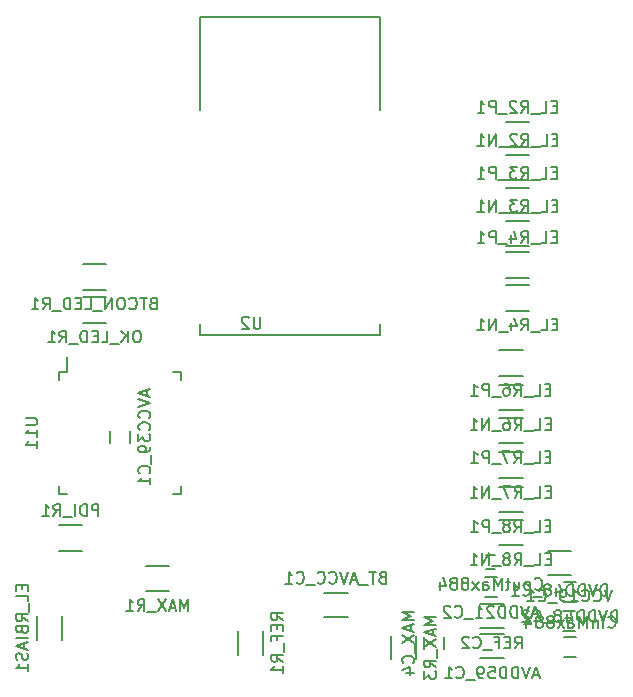
<source format=gbo>
G04 #@! TF.FileFunction,Legend,Bot*
%FSLAX46Y46*%
G04 Gerber Fmt 4.6, Leading zero omitted, Abs format (unit mm)*
G04 Created by KiCad (PCBNEW 4.0.0-rc2-stable) date 8/02/2016 3:26:42 p. m.*
%MOMM*%
G01*
G04 APERTURE LIST*
%ADD10C,0.150000*%
G04 APERTURE END LIST*
D10*
X146773000Y-70493000D02*
X146773000Y-71493000D01*
X145073000Y-71493000D02*
X145073000Y-70493000D01*
X177792000Y-84543000D02*
X176792000Y-84543000D01*
X176792000Y-82843000D02*
X177792000Y-82843000D01*
X178419000Y-89671000D02*
X176419000Y-89671000D01*
X176419000Y-87621000D02*
X178419000Y-87621000D01*
X144764000Y-56329000D02*
X142764000Y-56329000D01*
X142764000Y-58479000D02*
X144764000Y-58479000D01*
X163211000Y-84192000D02*
X165211000Y-84192000D01*
X165211000Y-86242000D02*
X163211000Y-86242000D01*
X183523000Y-87923000D02*
X184523000Y-87923000D01*
X184523000Y-89623000D02*
X183523000Y-89623000D01*
X176942000Y-82134000D02*
X177642000Y-82134000D01*
X177642000Y-80934000D02*
X176942000Y-80934000D01*
X184134000Y-82686000D02*
X182134000Y-82686000D01*
X182134000Y-80636000D02*
X184134000Y-80636000D01*
X184523000Y-84924000D02*
X183523000Y-84924000D01*
X183523000Y-83224000D02*
X184523000Y-83224000D01*
X178578000Y-49208000D02*
X180578000Y-49208000D01*
X180578000Y-47058000D02*
X178578000Y-47058000D01*
X178578000Y-46414000D02*
X180578000Y-46414000D01*
X180578000Y-44264000D02*
X178578000Y-44264000D01*
X178578000Y-54796000D02*
X180578000Y-54796000D01*
X180578000Y-52646000D02*
X178578000Y-52646000D01*
X178578000Y-52002000D02*
X180578000Y-52002000D01*
X180578000Y-49852000D02*
X178578000Y-49852000D01*
X180578000Y-58107000D02*
X178578000Y-58107000D01*
X178578000Y-60257000D02*
X180578000Y-60257000D01*
X178578000Y-57463000D02*
X180578000Y-57463000D01*
X180578000Y-55313000D02*
X178578000Y-55313000D01*
X180006500Y-66552500D02*
X178006500Y-66552500D01*
X178006500Y-68702500D02*
X180006500Y-68702500D01*
X180006500Y-63631500D02*
X178006500Y-63631500D01*
X178006500Y-65781500D02*
X180006500Y-65781500D01*
X180006500Y-72267500D02*
X178006500Y-72267500D01*
X178006500Y-74417500D02*
X180006500Y-74417500D01*
X180006500Y-69346500D02*
X178006500Y-69346500D01*
X178006500Y-71496500D02*
X180006500Y-71496500D01*
X180006500Y-77982500D02*
X178006500Y-77982500D01*
X178006500Y-80132500D02*
X180006500Y-80132500D01*
X180006500Y-75188500D02*
X178006500Y-75188500D01*
X178006500Y-77338500D02*
X180006500Y-77338500D01*
X141029000Y-88122000D02*
X141029000Y-86122000D01*
X138879000Y-86122000D02*
X138879000Y-88122000D01*
X171616000Y-88892000D02*
X171616000Y-87892000D01*
X173316000Y-87892000D02*
X173316000Y-88892000D01*
X150098000Y-81856000D02*
X148098000Y-81856000D01*
X148098000Y-84006000D02*
X150098000Y-84006000D01*
X168851000Y-87773000D02*
X168851000Y-89773000D01*
X171001000Y-89773000D02*
X171001000Y-87773000D01*
X144764000Y-59123000D02*
X142764000Y-59123000D01*
X142764000Y-61273000D02*
X144764000Y-61273000D01*
X140732000Y-80577000D02*
X142732000Y-80577000D01*
X142732000Y-78427000D02*
X140732000Y-78427000D01*
X178419000Y-87131000D02*
X176419000Y-87131000D01*
X176419000Y-85081000D02*
X178419000Y-85081000D01*
X155897000Y-87392000D02*
X155897000Y-89392000D01*
X158047000Y-89392000D02*
X158047000Y-87392000D01*
X140748000Y-65437000D02*
X141423000Y-65437000D01*
X140748000Y-75787000D02*
X141423000Y-75787000D01*
X151098000Y-75787000D02*
X150423000Y-75787000D01*
X151098000Y-65437000D02*
X150423000Y-65437000D01*
X140748000Y-65437000D02*
X140748000Y-66112000D01*
X151098000Y-65437000D02*
X151098000Y-66112000D01*
X151098000Y-75787000D02*
X151098000Y-75112000D01*
X140748000Y-75787000D02*
X140748000Y-75112000D01*
X141423000Y-65437000D02*
X141423000Y-64162000D01*
X183462095Y-85677000D02*
X184462095Y-85677000D01*
X184462095Y-87377000D02*
X183462095Y-87377000D01*
X152654000Y-61384000D02*
X152654000Y-62344000D01*
X167894000Y-62344000D02*
X152654000Y-62344000D01*
X167894000Y-61384000D02*
X167894000Y-62344000D01*
X167894000Y-35424000D02*
X167894000Y-43284000D01*
X152654000Y-35424000D02*
X167894000Y-35424000D01*
X152654000Y-43284000D02*
X152654000Y-35424000D01*
X148189667Y-67016809D02*
X148189667Y-67493000D01*
X148475381Y-66921571D02*
X147475381Y-67254904D01*
X148475381Y-67588238D01*
X147475381Y-67778714D02*
X148475381Y-68112047D01*
X147475381Y-68445381D01*
X148380143Y-69350143D02*
X148427762Y-69302524D01*
X148475381Y-69159667D01*
X148475381Y-69064429D01*
X148427762Y-68921571D01*
X148332524Y-68826333D01*
X148237286Y-68778714D01*
X148046810Y-68731095D01*
X147903952Y-68731095D01*
X147713476Y-68778714D01*
X147618238Y-68826333D01*
X147523000Y-68921571D01*
X147475381Y-69064429D01*
X147475381Y-69159667D01*
X147523000Y-69302524D01*
X147570619Y-69350143D01*
X148380143Y-70350143D02*
X148427762Y-70302524D01*
X148475381Y-70159667D01*
X148475381Y-70064429D01*
X148427762Y-69921571D01*
X148332524Y-69826333D01*
X148237286Y-69778714D01*
X148046810Y-69731095D01*
X147903952Y-69731095D01*
X147713476Y-69778714D01*
X147618238Y-69826333D01*
X147523000Y-69921571D01*
X147475381Y-70064429D01*
X147475381Y-70159667D01*
X147523000Y-70302524D01*
X147570619Y-70350143D01*
X147475381Y-70683476D02*
X147475381Y-71302524D01*
X147856333Y-70969190D01*
X147856333Y-71112048D01*
X147903952Y-71207286D01*
X147951571Y-71254905D01*
X148046810Y-71302524D01*
X148284905Y-71302524D01*
X148380143Y-71254905D01*
X148427762Y-71207286D01*
X148475381Y-71112048D01*
X148475381Y-70826333D01*
X148427762Y-70731095D01*
X148380143Y-70683476D01*
X148475381Y-71778714D02*
X148475381Y-71969190D01*
X148427762Y-72064429D01*
X148380143Y-72112048D01*
X148237286Y-72207286D01*
X148046810Y-72254905D01*
X147665857Y-72254905D01*
X147570619Y-72207286D01*
X147523000Y-72159667D01*
X147475381Y-72064429D01*
X147475381Y-71873952D01*
X147523000Y-71778714D01*
X147570619Y-71731095D01*
X147665857Y-71683476D01*
X147903952Y-71683476D01*
X147999190Y-71731095D01*
X148046810Y-71778714D01*
X148094429Y-71873952D01*
X148094429Y-72064429D01*
X148046810Y-72159667D01*
X147999190Y-72207286D01*
X147903952Y-72254905D01*
X148570619Y-72445381D02*
X148570619Y-73207286D01*
X148380143Y-74016810D02*
X148427762Y-73969191D01*
X148475381Y-73826334D01*
X148475381Y-73731096D01*
X148427762Y-73588238D01*
X148332524Y-73493000D01*
X148237286Y-73445381D01*
X148046810Y-73397762D01*
X147903952Y-73397762D01*
X147713476Y-73445381D01*
X147618238Y-73493000D01*
X147523000Y-73588238D01*
X147475381Y-73731096D01*
X147475381Y-73826334D01*
X147523000Y-73969191D01*
X147570619Y-74016810D01*
X148475381Y-74969191D02*
X148475381Y-74397762D01*
X148475381Y-74683476D02*
X147475381Y-74683476D01*
X147618238Y-74588238D01*
X147713476Y-74493000D01*
X147761095Y-74397762D01*
X181268191Y-85959667D02*
X180792000Y-85959667D01*
X181363429Y-86245381D02*
X181030096Y-85245381D01*
X180696762Y-86245381D01*
X180506286Y-85245381D02*
X180172953Y-86245381D01*
X179839619Y-85245381D01*
X179506286Y-86245381D02*
X179506286Y-85245381D01*
X179268191Y-85245381D01*
X179125333Y-85293000D01*
X179030095Y-85388238D01*
X178982476Y-85483476D01*
X178934857Y-85673952D01*
X178934857Y-85816810D01*
X178982476Y-86007286D01*
X179030095Y-86102524D01*
X179125333Y-86197762D01*
X179268191Y-86245381D01*
X179506286Y-86245381D01*
X178506286Y-86245381D02*
X178506286Y-85245381D01*
X178268191Y-85245381D01*
X178125333Y-85293000D01*
X178030095Y-85388238D01*
X177982476Y-85483476D01*
X177934857Y-85673952D01*
X177934857Y-85816810D01*
X177982476Y-86007286D01*
X178030095Y-86102524D01*
X178125333Y-86197762D01*
X178268191Y-86245381D01*
X178506286Y-86245381D01*
X177553905Y-85340619D02*
X177506286Y-85293000D01*
X177411048Y-85245381D01*
X177172952Y-85245381D01*
X177077714Y-85293000D01*
X177030095Y-85340619D01*
X176982476Y-85435857D01*
X176982476Y-85531095D01*
X177030095Y-85673952D01*
X177601524Y-86245381D01*
X176982476Y-86245381D01*
X176030095Y-86245381D02*
X176601524Y-86245381D01*
X176315810Y-86245381D02*
X176315810Y-85245381D01*
X176411048Y-85388238D01*
X176506286Y-85483476D01*
X176601524Y-85531095D01*
X175839619Y-86340619D02*
X175077714Y-86340619D01*
X174268190Y-86150143D02*
X174315809Y-86197762D01*
X174458666Y-86245381D01*
X174553904Y-86245381D01*
X174696762Y-86197762D01*
X174792000Y-86102524D01*
X174839619Y-86007286D01*
X174887238Y-85816810D01*
X174887238Y-85673952D01*
X174839619Y-85483476D01*
X174792000Y-85388238D01*
X174696762Y-85293000D01*
X174553904Y-85245381D01*
X174458666Y-85245381D01*
X174315809Y-85293000D01*
X174268190Y-85340619D01*
X173887238Y-85340619D02*
X173839619Y-85293000D01*
X173744381Y-85245381D01*
X173506285Y-85245381D01*
X173411047Y-85293000D01*
X173363428Y-85340619D01*
X173315809Y-85435857D01*
X173315809Y-85531095D01*
X173363428Y-85673952D01*
X173934857Y-86245381D01*
X173315809Y-86245381D01*
X181395191Y-91112667D02*
X180919000Y-91112667D01*
X181490429Y-91398381D02*
X181157096Y-90398381D01*
X180823762Y-91398381D01*
X180633286Y-90398381D02*
X180299953Y-91398381D01*
X179966619Y-90398381D01*
X179633286Y-91398381D02*
X179633286Y-90398381D01*
X179395191Y-90398381D01*
X179252333Y-90446000D01*
X179157095Y-90541238D01*
X179109476Y-90636476D01*
X179061857Y-90826952D01*
X179061857Y-90969810D01*
X179109476Y-91160286D01*
X179157095Y-91255524D01*
X179252333Y-91350762D01*
X179395191Y-91398381D01*
X179633286Y-91398381D01*
X178633286Y-91398381D02*
X178633286Y-90398381D01*
X178395191Y-90398381D01*
X178252333Y-90446000D01*
X178157095Y-90541238D01*
X178109476Y-90636476D01*
X178061857Y-90826952D01*
X178061857Y-90969810D01*
X178109476Y-91160286D01*
X178157095Y-91255524D01*
X178252333Y-91350762D01*
X178395191Y-91398381D01*
X178633286Y-91398381D01*
X177157095Y-90398381D02*
X177633286Y-90398381D01*
X177680905Y-90874571D01*
X177633286Y-90826952D01*
X177538048Y-90779333D01*
X177299952Y-90779333D01*
X177204714Y-90826952D01*
X177157095Y-90874571D01*
X177109476Y-90969810D01*
X177109476Y-91207905D01*
X177157095Y-91303143D01*
X177204714Y-91350762D01*
X177299952Y-91398381D01*
X177538048Y-91398381D01*
X177633286Y-91350762D01*
X177680905Y-91303143D01*
X176633286Y-91398381D02*
X176442810Y-91398381D01*
X176347571Y-91350762D01*
X176299952Y-91303143D01*
X176204714Y-91160286D01*
X176157095Y-90969810D01*
X176157095Y-90588857D01*
X176204714Y-90493619D01*
X176252333Y-90446000D01*
X176347571Y-90398381D01*
X176538048Y-90398381D01*
X176633286Y-90446000D01*
X176680905Y-90493619D01*
X176728524Y-90588857D01*
X176728524Y-90826952D01*
X176680905Y-90922190D01*
X176633286Y-90969810D01*
X176538048Y-91017429D01*
X176347571Y-91017429D01*
X176252333Y-90969810D01*
X176204714Y-90922190D01*
X176157095Y-90826952D01*
X175966619Y-91493619D02*
X175204714Y-91493619D01*
X174395190Y-91303143D02*
X174442809Y-91350762D01*
X174585666Y-91398381D01*
X174680904Y-91398381D01*
X174823762Y-91350762D01*
X174919000Y-91255524D01*
X174966619Y-91160286D01*
X175014238Y-90969810D01*
X175014238Y-90826952D01*
X174966619Y-90636476D01*
X174919000Y-90541238D01*
X174823762Y-90446000D01*
X174680904Y-90398381D01*
X174585666Y-90398381D01*
X174442809Y-90446000D01*
X174395190Y-90493619D01*
X173442809Y-91398381D02*
X174014238Y-91398381D01*
X173728524Y-91398381D02*
X173728524Y-90398381D01*
X173823762Y-90541238D01*
X173919000Y-90636476D01*
X174014238Y-90684095D01*
X148716381Y-59632571D02*
X148573524Y-59680190D01*
X148525905Y-59727810D01*
X148478286Y-59823048D01*
X148478286Y-59965905D01*
X148525905Y-60061143D01*
X148573524Y-60108762D01*
X148668762Y-60156381D01*
X149049715Y-60156381D01*
X149049715Y-59156381D01*
X148716381Y-59156381D01*
X148621143Y-59204000D01*
X148573524Y-59251619D01*
X148525905Y-59346857D01*
X148525905Y-59442095D01*
X148573524Y-59537333D01*
X148621143Y-59584952D01*
X148716381Y-59632571D01*
X149049715Y-59632571D01*
X148192572Y-59156381D02*
X147621143Y-59156381D01*
X147906858Y-60156381D02*
X147906858Y-59156381D01*
X146716381Y-60061143D02*
X146764000Y-60108762D01*
X146906857Y-60156381D01*
X147002095Y-60156381D01*
X147144953Y-60108762D01*
X147240191Y-60013524D01*
X147287810Y-59918286D01*
X147335429Y-59727810D01*
X147335429Y-59584952D01*
X147287810Y-59394476D01*
X147240191Y-59299238D01*
X147144953Y-59204000D01*
X147002095Y-59156381D01*
X146906857Y-59156381D01*
X146764000Y-59204000D01*
X146716381Y-59251619D01*
X146097334Y-59156381D02*
X145906857Y-59156381D01*
X145811619Y-59204000D01*
X145716381Y-59299238D01*
X145668762Y-59489714D01*
X145668762Y-59823048D01*
X145716381Y-60013524D01*
X145811619Y-60108762D01*
X145906857Y-60156381D01*
X146097334Y-60156381D01*
X146192572Y-60108762D01*
X146287810Y-60013524D01*
X146335429Y-59823048D01*
X146335429Y-59489714D01*
X146287810Y-59299238D01*
X146192572Y-59204000D01*
X146097334Y-59156381D01*
X145240191Y-60156381D02*
X145240191Y-59156381D01*
X144668762Y-60156381D01*
X144668762Y-59156381D01*
X144430667Y-60251619D02*
X143668762Y-60251619D01*
X142954476Y-60156381D02*
X143430667Y-60156381D01*
X143430667Y-59156381D01*
X142621143Y-59632571D02*
X142287809Y-59632571D01*
X142144952Y-60156381D02*
X142621143Y-60156381D01*
X142621143Y-59156381D01*
X142144952Y-59156381D01*
X141716381Y-60156381D02*
X141716381Y-59156381D01*
X141478286Y-59156381D01*
X141335428Y-59204000D01*
X141240190Y-59299238D01*
X141192571Y-59394476D01*
X141144952Y-59584952D01*
X141144952Y-59727810D01*
X141192571Y-59918286D01*
X141240190Y-60013524D01*
X141335428Y-60108762D01*
X141478286Y-60156381D01*
X141716381Y-60156381D01*
X140954476Y-60251619D02*
X140192571Y-60251619D01*
X139383047Y-60156381D02*
X139716381Y-59680190D01*
X139954476Y-60156381D02*
X139954476Y-59156381D01*
X139573523Y-59156381D01*
X139478285Y-59204000D01*
X139430666Y-59251619D01*
X139383047Y-59346857D01*
X139383047Y-59489714D01*
X139430666Y-59584952D01*
X139478285Y-59632571D01*
X139573523Y-59680190D01*
X139954476Y-59680190D01*
X138430666Y-60156381D02*
X139002095Y-60156381D01*
X138716381Y-60156381D02*
X138716381Y-59156381D01*
X138811619Y-59299238D01*
X138906857Y-59394476D01*
X139002095Y-59442095D01*
X168115762Y-82845571D02*
X167972905Y-82893190D01*
X167925286Y-82940810D01*
X167877667Y-83036048D01*
X167877667Y-83178905D01*
X167925286Y-83274143D01*
X167972905Y-83321762D01*
X168068143Y-83369381D01*
X168449096Y-83369381D01*
X168449096Y-82369381D01*
X168115762Y-82369381D01*
X168020524Y-82417000D01*
X167972905Y-82464619D01*
X167925286Y-82559857D01*
X167925286Y-82655095D01*
X167972905Y-82750333D01*
X168020524Y-82797952D01*
X168115762Y-82845571D01*
X168449096Y-82845571D01*
X167591953Y-82369381D02*
X167020524Y-82369381D01*
X167306239Y-83369381D02*
X167306239Y-82369381D01*
X166925286Y-83464619D02*
X166163381Y-83464619D01*
X165972905Y-83083667D02*
X165496714Y-83083667D01*
X166068143Y-83369381D02*
X165734810Y-82369381D01*
X165401476Y-83369381D01*
X165211000Y-82369381D02*
X164877667Y-83369381D01*
X164544333Y-82369381D01*
X163639571Y-83274143D02*
X163687190Y-83321762D01*
X163830047Y-83369381D01*
X163925285Y-83369381D01*
X164068143Y-83321762D01*
X164163381Y-83226524D01*
X164211000Y-83131286D01*
X164258619Y-82940810D01*
X164258619Y-82797952D01*
X164211000Y-82607476D01*
X164163381Y-82512238D01*
X164068143Y-82417000D01*
X163925285Y-82369381D01*
X163830047Y-82369381D01*
X163687190Y-82417000D01*
X163639571Y-82464619D01*
X162639571Y-83274143D02*
X162687190Y-83321762D01*
X162830047Y-83369381D01*
X162925285Y-83369381D01*
X163068143Y-83321762D01*
X163163381Y-83226524D01*
X163211000Y-83131286D01*
X163258619Y-82940810D01*
X163258619Y-82797952D01*
X163211000Y-82607476D01*
X163163381Y-82512238D01*
X163068143Y-82417000D01*
X162925285Y-82369381D01*
X162830047Y-82369381D01*
X162687190Y-82417000D01*
X162639571Y-82464619D01*
X162449095Y-83464619D02*
X161687190Y-83464619D01*
X160877666Y-83274143D02*
X160925285Y-83321762D01*
X161068142Y-83369381D01*
X161163380Y-83369381D01*
X161306238Y-83321762D01*
X161401476Y-83226524D01*
X161449095Y-83131286D01*
X161496714Y-82940810D01*
X161496714Y-82797952D01*
X161449095Y-82607476D01*
X161401476Y-82512238D01*
X161306238Y-82417000D01*
X161163380Y-82369381D01*
X161068142Y-82369381D01*
X160925285Y-82417000D01*
X160877666Y-82464619D01*
X159925285Y-83369381D02*
X160496714Y-83369381D01*
X160211000Y-83369381D02*
X160211000Y-82369381D01*
X160306238Y-82512238D01*
X160401476Y-82607476D01*
X160496714Y-82655095D01*
X187261095Y-87030143D02*
X187308714Y-87077762D01*
X187451571Y-87125381D01*
X187546809Y-87125381D01*
X187689667Y-87077762D01*
X187784905Y-86982524D01*
X187832524Y-86887286D01*
X187880143Y-86696810D01*
X187880143Y-86553952D01*
X187832524Y-86363476D01*
X187784905Y-86268238D01*
X187689667Y-86173000D01*
X187546809Y-86125381D01*
X187451571Y-86125381D01*
X187308714Y-86173000D01*
X187261095Y-86220619D01*
X186832524Y-87125381D02*
X186832524Y-86458714D01*
X186832524Y-86125381D02*
X186880143Y-86173000D01*
X186832524Y-86220619D01*
X186784905Y-86173000D01*
X186832524Y-86125381D01*
X186832524Y-86220619D01*
X186356334Y-86458714D02*
X186356334Y-87125381D01*
X186356334Y-86553952D02*
X186308715Y-86506333D01*
X186213477Y-86458714D01*
X186070619Y-86458714D01*
X185975381Y-86506333D01*
X185927762Y-86601571D01*
X185927762Y-87125381D01*
X185451572Y-87125381D02*
X185451572Y-86125381D01*
X185118238Y-86839667D01*
X184784905Y-86125381D01*
X184784905Y-87125381D01*
X183880143Y-87125381D02*
X183880143Y-86601571D01*
X183927762Y-86506333D01*
X184023000Y-86458714D01*
X184213477Y-86458714D01*
X184308715Y-86506333D01*
X183880143Y-87077762D02*
X183975381Y-87125381D01*
X184213477Y-87125381D01*
X184308715Y-87077762D01*
X184356334Y-86982524D01*
X184356334Y-86887286D01*
X184308715Y-86792048D01*
X184213477Y-86744429D01*
X183975381Y-86744429D01*
X183880143Y-86696810D01*
X183499191Y-87125381D02*
X182975381Y-86458714D01*
X183499191Y-86458714D02*
X182975381Y-87125381D01*
X182451572Y-86553952D02*
X182546810Y-86506333D01*
X182594429Y-86458714D01*
X182642048Y-86363476D01*
X182642048Y-86315857D01*
X182594429Y-86220619D01*
X182546810Y-86173000D01*
X182451572Y-86125381D01*
X182261095Y-86125381D01*
X182165857Y-86173000D01*
X182118238Y-86220619D01*
X182070619Y-86315857D01*
X182070619Y-86363476D01*
X182118238Y-86458714D01*
X182165857Y-86506333D01*
X182261095Y-86553952D01*
X182451572Y-86553952D01*
X182546810Y-86601571D01*
X182594429Y-86649190D01*
X182642048Y-86744429D01*
X182642048Y-86934905D01*
X182594429Y-87030143D01*
X182546810Y-87077762D01*
X182451572Y-87125381D01*
X182261095Y-87125381D01*
X182165857Y-87077762D01*
X182118238Y-87030143D01*
X182070619Y-86934905D01*
X182070619Y-86744429D01*
X182118238Y-86649190D01*
X182165857Y-86601571D01*
X182261095Y-86553952D01*
X181499191Y-86553952D02*
X181594429Y-86506333D01*
X181642048Y-86458714D01*
X181689667Y-86363476D01*
X181689667Y-86315857D01*
X181642048Y-86220619D01*
X181594429Y-86173000D01*
X181499191Y-86125381D01*
X181308714Y-86125381D01*
X181213476Y-86173000D01*
X181165857Y-86220619D01*
X181118238Y-86315857D01*
X181118238Y-86363476D01*
X181165857Y-86458714D01*
X181213476Y-86506333D01*
X181308714Y-86553952D01*
X181499191Y-86553952D01*
X181594429Y-86601571D01*
X181642048Y-86649190D01*
X181689667Y-86744429D01*
X181689667Y-86934905D01*
X181642048Y-87030143D01*
X181594429Y-87077762D01*
X181499191Y-87125381D01*
X181308714Y-87125381D01*
X181213476Y-87077762D01*
X181165857Y-87030143D01*
X181118238Y-86934905D01*
X181118238Y-86744429D01*
X181165857Y-86649190D01*
X181213476Y-86601571D01*
X181308714Y-86553952D01*
X180261095Y-86458714D02*
X180261095Y-87125381D01*
X180499191Y-86077762D02*
X180737286Y-86792048D01*
X180118238Y-86792048D01*
X181030095Y-83791143D02*
X181077714Y-83838762D01*
X181220571Y-83886381D01*
X181315809Y-83886381D01*
X181458667Y-83838762D01*
X181553905Y-83743524D01*
X181601524Y-83648286D01*
X181649143Y-83457810D01*
X181649143Y-83314952D01*
X181601524Y-83124476D01*
X181553905Y-83029238D01*
X181458667Y-82934000D01*
X181315809Y-82886381D01*
X181220571Y-82886381D01*
X181077714Y-82934000D01*
X181030095Y-82981619D01*
X180458667Y-83886381D02*
X180553905Y-83838762D01*
X180601524Y-83791143D01*
X180649143Y-83695905D01*
X180649143Y-83410190D01*
X180601524Y-83314952D01*
X180553905Y-83267333D01*
X180458667Y-83219714D01*
X180315809Y-83219714D01*
X180220571Y-83267333D01*
X180172952Y-83314952D01*
X180125333Y-83410190D01*
X180125333Y-83695905D01*
X180172952Y-83791143D01*
X180220571Y-83838762D01*
X180315809Y-83886381D01*
X180458667Y-83886381D01*
X179268190Y-83219714D02*
X179268190Y-83886381D01*
X179696762Y-83219714D02*
X179696762Y-83743524D01*
X179649143Y-83838762D01*
X179553905Y-83886381D01*
X179411047Y-83886381D01*
X179315809Y-83838762D01*
X179268190Y-83791143D01*
X178934857Y-83219714D02*
X178553905Y-83219714D01*
X178792000Y-82886381D02*
X178792000Y-83743524D01*
X178744381Y-83838762D01*
X178649143Y-83886381D01*
X178553905Y-83886381D01*
X178220571Y-83886381D02*
X178220571Y-82886381D01*
X177887237Y-83600667D01*
X177553904Y-82886381D01*
X177553904Y-83886381D01*
X176649142Y-83886381D02*
X176649142Y-83362571D01*
X176696761Y-83267333D01*
X176791999Y-83219714D01*
X176982476Y-83219714D01*
X177077714Y-83267333D01*
X176649142Y-83838762D02*
X176744380Y-83886381D01*
X176982476Y-83886381D01*
X177077714Y-83838762D01*
X177125333Y-83743524D01*
X177125333Y-83648286D01*
X177077714Y-83553048D01*
X176982476Y-83505429D01*
X176744380Y-83505429D01*
X176649142Y-83457810D01*
X176268190Y-83886381D02*
X175744380Y-83219714D01*
X176268190Y-83219714D02*
X175744380Y-83886381D01*
X175220571Y-83314952D02*
X175315809Y-83267333D01*
X175363428Y-83219714D01*
X175411047Y-83124476D01*
X175411047Y-83076857D01*
X175363428Y-82981619D01*
X175315809Y-82934000D01*
X175220571Y-82886381D01*
X175030094Y-82886381D01*
X174934856Y-82934000D01*
X174887237Y-82981619D01*
X174839618Y-83076857D01*
X174839618Y-83124476D01*
X174887237Y-83219714D01*
X174934856Y-83267333D01*
X175030094Y-83314952D01*
X175220571Y-83314952D01*
X175315809Y-83362571D01*
X175363428Y-83410190D01*
X175411047Y-83505429D01*
X175411047Y-83695905D01*
X175363428Y-83791143D01*
X175315809Y-83838762D01*
X175220571Y-83886381D01*
X175030094Y-83886381D01*
X174934856Y-83838762D01*
X174887237Y-83791143D01*
X174839618Y-83695905D01*
X174839618Y-83505429D01*
X174887237Y-83410190D01*
X174934856Y-83362571D01*
X175030094Y-83314952D01*
X174268190Y-83314952D02*
X174363428Y-83267333D01*
X174411047Y-83219714D01*
X174458666Y-83124476D01*
X174458666Y-83076857D01*
X174411047Y-82981619D01*
X174363428Y-82934000D01*
X174268190Y-82886381D01*
X174077713Y-82886381D01*
X173982475Y-82934000D01*
X173934856Y-82981619D01*
X173887237Y-83076857D01*
X173887237Y-83124476D01*
X173934856Y-83219714D01*
X173982475Y-83267333D01*
X174077713Y-83314952D01*
X174268190Y-83314952D01*
X174363428Y-83362571D01*
X174411047Y-83410190D01*
X174458666Y-83505429D01*
X174458666Y-83695905D01*
X174411047Y-83791143D01*
X174363428Y-83838762D01*
X174268190Y-83886381D01*
X174077713Y-83886381D01*
X173982475Y-83838762D01*
X173934856Y-83791143D01*
X173887237Y-83695905D01*
X173887237Y-83505429D01*
X173934856Y-83410190D01*
X173982475Y-83362571D01*
X174077713Y-83314952D01*
X173030094Y-83219714D02*
X173030094Y-83886381D01*
X173268190Y-82838762D02*
X173506285Y-83553048D01*
X172887237Y-83553048D01*
X187134000Y-84413381D02*
X187134000Y-83413381D01*
X186895905Y-83413381D01*
X186753047Y-83461000D01*
X186657809Y-83556238D01*
X186610190Y-83651476D01*
X186562571Y-83841952D01*
X186562571Y-83984810D01*
X186610190Y-84175286D01*
X186657809Y-84270524D01*
X186753047Y-84365762D01*
X186895905Y-84413381D01*
X187134000Y-84413381D01*
X186276857Y-83413381D02*
X185943524Y-84413381D01*
X185610190Y-83413381D01*
X185276857Y-84413381D02*
X185276857Y-83413381D01*
X185038762Y-83413381D01*
X184895904Y-83461000D01*
X184800666Y-83556238D01*
X184753047Y-83651476D01*
X184705428Y-83841952D01*
X184705428Y-83984810D01*
X184753047Y-84175286D01*
X184800666Y-84270524D01*
X184895904Y-84365762D01*
X185038762Y-84413381D01*
X185276857Y-84413381D01*
X184276857Y-84413381D02*
X184276857Y-83413381D01*
X184038762Y-83413381D01*
X183895904Y-83461000D01*
X183800666Y-83556238D01*
X183753047Y-83651476D01*
X183705428Y-83841952D01*
X183705428Y-83984810D01*
X183753047Y-84175286D01*
X183800666Y-84270524D01*
X183895904Y-84365762D01*
X184038762Y-84413381D01*
X184276857Y-84413381D01*
X182848285Y-83746714D02*
X182848285Y-84413381D01*
X183086381Y-83365762D02*
X183324476Y-84080048D01*
X182705428Y-84080048D01*
X182181619Y-83841952D02*
X182276857Y-83794333D01*
X182324476Y-83746714D01*
X182372095Y-83651476D01*
X182372095Y-83603857D01*
X182324476Y-83508619D01*
X182276857Y-83461000D01*
X182181619Y-83413381D01*
X181991142Y-83413381D01*
X181895904Y-83461000D01*
X181848285Y-83508619D01*
X181800666Y-83603857D01*
X181800666Y-83651476D01*
X181848285Y-83746714D01*
X181895904Y-83794333D01*
X181991142Y-83841952D01*
X182181619Y-83841952D01*
X182276857Y-83889571D01*
X182324476Y-83937190D01*
X182372095Y-84032429D01*
X182372095Y-84222905D01*
X182324476Y-84318143D01*
X182276857Y-84365762D01*
X182181619Y-84413381D01*
X181991142Y-84413381D01*
X181895904Y-84365762D01*
X181848285Y-84318143D01*
X181800666Y-84222905D01*
X181800666Y-84032429D01*
X181848285Y-83937190D01*
X181895904Y-83889571D01*
X181991142Y-83841952D01*
X181610190Y-84508619D02*
X180848285Y-84508619D01*
X180038761Y-84318143D02*
X180086380Y-84365762D01*
X180229237Y-84413381D01*
X180324475Y-84413381D01*
X180467333Y-84365762D01*
X180562571Y-84270524D01*
X180610190Y-84175286D01*
X180657809Y-83984810D01*
X180657809Y-83841952D01*
X180610190Y-83651476D01*
X180562571Y-83556238D01*
X180467333Y-83461000D01*
X180324475Y-83413381D01*
X180229237Y-83413381D01*
X180086380Y-83461000D01*
X180038761Y-83508619D01*
X179086380Y-84413381D02*
X179657809Y-84413381D01*
X179372095Y-84413381D02*
X179372095Y-83413381D01*
X179467333Y-83556238D01*
X179562571Y-83651476D01*
X179657809Y-83699095D01*
X188023000Y-86626381D02*
X188023000Y-85626381D01*
X187784905Y-85626381D01*
X187642047Y-85674000D01*
X187546809Y-85769238D01*
X187499190Y-85864476D01*
X187451571Y-86054952D01*
X187451571Y-86197810D01*
X187499190Y-86388286D01*
X187546809Y-86483524D01*
X187642047Y-86578762D01*
X187784905Y-86626381D01*
X188023000Y-86626381D01*
X187165857Y-85626381D02*
X186832524Y-86626381D01*
X186499190Y-85626381D01*
X186165857Y-86626381D02*
X186165857Y-85626381D01*
X185927762Y-85626381D01*
X185784904Y-85674000D01*
X185689666Y-85769238D01*
X185642047Y-85864476D01*
X185594428Y-86054952D01*
X185594428Y-86197810D01*
X185642047Y-86388286D01*
X185689666Y-86483524D01*
X185784904Y-86578762D01*
X185927762Y-86626381D01*
X186165857Y-86626381D01*
X185165857Y-86626381D02*
X185165857Y-85626381D01*
X184927762Y-85626381D01*
X184784904Y-85674000D01*
X184689666Y-85769238D01*
X184642047Y-85864476D01*
X184594428Y-86054952D01*
X184594428Y-86197810D01*
X184642047Y-86388286D01*
X184689666Y-86483524D01*
X184784904Y-86578762D01*
X184927762Y-86626381D01*
X185165857Y-86626381D01*
X183737285Y-85959714D02*
X183737285Y-86626381D01*
X183975381Y-85578762D02*
X184213476Y-86293048D01*
X183594428Y-86293048D01*
X183070619Y-86054952D02*
X183165857Y-86007333D01*
X183213476Y-85959714D01*
X183261095Y-85864476D01*
X183261095Y-85816857D01*
X183213476Y-85721619D01*
X183165857Y-85674000D01*
X183070619Y-85626381D01*
X182880142Y-85626381D01*
X182784904Y-85674000D01*
X182737285Y-85721619D01*
X182689666Y-85816857D01*
X182689666Y-85864476D01*
X182737285Y-85959714D01*
X182784904Y-86007333D01*
X182880142Y-86054952D01*
X183070619Y-86054952D01*
X183165857Y-86102571D01*
X183213476Y-86150190D01*
X183261095Y-86245429D01*
X183261095Y-86435905D01*
X183213476Y-86531143D01*
X183165857Y-86578762D01*
X183070619Y-86626381D01*
X182880142Y-86626381D01*
X182784904Y-86578762D01*
X182737285Y-86531143D01*
X182689666Y-86435905D01*
X182689666Y-86245429D01*
X182737285Y-86150190D01*
X182784904Y-86102571D01*
X182880142Y-86054952D01*
X182499190Y-86721619D02*
X181737285Y-86721619D01*
X180927761Y-86531143D02*
X180975380Y-86578762D01*
X181118237Y-86626381D01*
X181213475Y-86626381D01*
X181356333Y-86578762D01*
X181451571Y-86483524D01*
X181499190Y-86388286D01*
X181546809Y-86197810D01*
X181546809Y-86054952D01*
X181499190Y-85864476D01*
X181451571Y-85769238D01*
X181356333Y-85674000D01*
X181213475Y-85626381D01*
X181118237Y-85626381D01*
X180975380Y-85674000D01*
X180927761Y-85721619D01*
X180546809Y-85721619D02*
X180499190Y-85674000D01*
X180403952Y-85626381D01*
X180165856Y-85626381D01*
X180070618Y-85674000D01*
X180022999Y-85721619D01*
X179975380Y-85816857D01*
X179975380Y-85912095D01*
X180022999Y-86054952D01*
X180594428Y-86626381D01*
X179975380Y-86626381D01*
X182935143Y-45761571D02*
X182601809Y-45761571D01*
X182458952Y-46285381D02*
X182935143Y-46285381D01*
X182935143Y-45285381D01*
X182458952Y-45285381D01*
X181554190Y-46285381D02*
X182030381Y-46285381D01*
X182030381Y-45285381D01*
X181458952Y-46380619D02*
X180697047Y-46380619D01*
X179887523Y-46285381D02*
X180220857Y-45809190D01*
X180458952Y-46285381D02*
X180458952Y-45285381D01*
X180077999Y-45285381D01*
X179982761Y-45333000D01*
X179935142Y-45380619D01*
X179887523Y-45475857D01*
X179887523Y-45618714D01*
X179935142Y-45713952D01*
X179982761Y-45761571D01*
X180077999Y-45809190D01*
X180458952Y-45809190D01*
X179506571Y-45380619D02*
X179458952Y-45333000D01*
X179363714Y-45285381D01*
X179125618Y-45285381D01*
X179030380Y-45333000D01*
X178982761Y-45380619D01*
X178935142Y-45475857D01*
X178935142Y-45571095D01*
X178982761Y-45713952D01*
X179554190Y-46285381D01*
X178935142Y-46285381D01*
X178744666Y-46380619D02*
X177982761Y-46380619D01*
X177744666Y-46285381D02*
X177744666Y-45285381D01*
X177173237Y-46285381D01*
X177173237Y-45285381D01*
X176173237Y-46285381D02*
X176744666Y-46285381D01*
X176458952Y-46285381D02*
X176458952Y-45285381D01*
X176554190Y-45428238D01*
X176649428Y-45523476D01*
X176744666Y-45571095D01*
X182911334Y-42967571D02*
X182578000Y-42967571D01*
X182435143Y-43491381D02*
X182911334Y-43491381D01*
X182911334Y-42491381D01*
X182435143Y-42491381D01*
X181530381Y-43491381D02*
X182006572Y-43491381D01*
X182006572Y-42491381D01*
X181435143Y-43586619D02*
X180673238Y-43586619D01*
X179863714Y-43491381D02*
X180197048Y-43015190D01*
X180435143Y-43491381D02*
X180435143Y-42491381D01*
X180054190Y-42491381D01*
X179958952Y-42539000D01*
X179911333Y-42586619D01*
X179863714Y-42681857D01*
X179863714Y-42824714D01*
X179911333Y-42919952D01*
X179958952Y-42967571D01*
X180054190Y-43015190D01*
X180435143Y-43015190D01*
X179482762Y-42586619D02*
X179435143Y-42539000D01*
X179339905Y-42491381D01*
X179101809Y-42491381D01*
X179006571Y-42539000D01*
X178958952Y-42586619D01*
X178911333Y-42681857D01*
X178911333Y-42777095D01*
X178958952Y-42919952D01*
X179530381Y-43491381D01*
X178911333Y-43491381D01*
X178720857Y-43586619D02*
X177958952Y-43586619D01*
X177720857Y-43491381D02*
X177720857Y-42491381D01*
X177339904Y-42491381D01*
X177244666Y-42539000D01*
X177197047Y-42586619D01*
X177149428Y-42681857D01*
X177149428Y-42824714D01*
X177197047Y-42919952D01*
X177244666Y-42967571D01*
X177339904Y-43015190D01*
X177720857Y-43015190D01*
X176197047Y-43491381D02*
X176768476Y-43491381D01*
X176482762Y-43491381D02*
X176482762Y-42491381D01*
X176578000Y-42634238D01*
X176673238Y-42729476D01*
X176768476Y-42777095D01*
X182935143Y-51349571D02*
X182601809Y-51349571D01*
X182458952Y-51873381D02*
X182935143Y-51873381D01*
X182935143Y-50873381D01*
X182458952Y-50873381D01*
X181554190Y-51873381D02*
X182030381Y-51873381D01*
X182030381Y-50873381D01*
X181458952Y-51968619D02*
X180697047Y-51968619D01*
X179887523Y-51873381D02*
X180220857Y-51397190D01*
X180458952Y-51873381D02*
X180458952Y-50873381D01*
X180077999Y-50873381D01*
X179982761Y-50921000D01*
X179935142Y-50968619D01*
X179887523Y-51063857D01*
X179887523Y-51206714D01*
X179935142Y-51301952D01*
X179982761Y-51349571D01*
X180077999Y-51397190D01*
X180458952Y-51397190D01*
X179554190Y-50873381D02*
X178935142Y-50873381D01*
X179268476Y-51254333D01*
X179125618Y-51254333D01*
X179030380Y-51301952D01*
X178982761Y-51349571D01*
X178935142Y-51444810D01*
X178935142Y-51682905D01*
X178982761Y-51778143D01*
X179030380Y-51825762D01*
X179125618Y-51873381D01*
X179411333Y-51873381D01*
X179506571Y-51825762D01*
X179554190Y-51778143D01*
X178744666Y-51968619D02*
X177982761Y-51968619D01*
X177744666Y-51873381D02*
X177744666Y-50873381D01*
X177173237Y-51873381D01*
X177173237Y-50873381D01*
X176173237Y-51873381D02*
X176744666Y-51873381D01*
X176458952Y-51873381D02*
X176458952Y-50873381D01*
X176554190Y-51016238D01*
X176649428Y-51111476D01*
X176744666Y-51159095D01*
X182911334Y-48555571D02*
X182578000Y-48555571D01*
X182435143Y-49079381D02*
X182911334Y-49079381D01*
X182911334Y-48079381D01*
X182435143Y-48079381D01*
X181530381Y-49079381D02*
X182006572Y-49079381D01*
X182006572Y-48079381D01*
X181435143Y-49174619D02*
X180673238Y-49174619D01*
X179863714Y-49079381D02*
X180197048Y-48603190D01*
X180435143Y-49079381D02*
X180435143Y-48079381D01*
X180054190Y-48079381D01*
X179958952Y-48127000D01*
X179911333Y-48174619D01*
X179863714Y-48269857D01*
X179863714Y-48412714D01*
X179911333Y-48507952D01*
X179958952Y-48555571D01*
X180054190Y-48603190D01*
X180435143Y-48603190D01*
X179530381Y-48079381D02*
X178911333Y-48079381D01*
X179244667Y-48460333D01*
X179101809Y-48460333D01*
X179006571Y-48507952D01*
X178958952Y-48555571D01*
X178911333Y-48650810D01*
X178911333Y-48888905D01*
X178958952Y-48984143D01*
X179006571Y-49031762D01*
X179101809Y-49079381D01*
X179387524Y-49079381D01*
X179482762Y-49031762D01*
X179530381Y-48984143D01*
X178720857Y-49174619D02*
X177958952Y-49174619D01*
X177720857Y-49079381D02*
X177720857Y-48079381D01*
X177339904Y-48079381D01*
X177244666Y-48127000D01*
X177197047Y-48174619D01*
X177149428Y-48269857D01*
X177149428Y-48412714D01*
X177197047Y-48507952D01*
X177244666Y-48555571D01*
X177339904Y-48603190D01*
X177720857Y-48603190D01*
X176197047Y-49079381D02*
X176768476Y-49079381D01*
X176482762Y-49079381D02*
X176482762Y-48079381D01*
X176578000Y-48222238D01*
X176673238Y-48317476D01*
X176768476Y-48365095D01*
X182935143Y-61410571D02*
X182601809Y-61410571D01*
X182458952Y-61934381D02*
X182935143Y-61934381D01*
X182935143Y-60934381D01*
X182458952Y-60934381D01*
X181554190Y-61934381D02*
X182030381Y-61934381D01*
X182030381Y-60934381D01*
X181458952Y-62029619D02*
X180697047Y-62029619D01*
X179887523Y-61934381D02*
X180220857Y-61458190D01*
X180458952Y-61934381D02*
X180458952Y-60934381D01*
X180077999Y-60934381D01*
X179982761Y-60982000D01*
X179935142Y-61029619D01*
X179887523Y-61124857D01*
X179887523Y-61267714D01*
X179935142Y-61362952D01*
X179982761Y-61410571D01*
X180077999Y-61458190D01*
X180458952Y-61458190D01*
X179030380Y-61267714D02*
X179030380Y-61934381D01*
X179268476Y-60886762D02*
X179506571Y-61601048D01*
X178887523Y-61601048D01*
X178744666Y-62029619D02*
X177982761Y-62029619D01*
X177744666Y-61934381D02*
X177744666Y-60934381D01*
X177173237Y-61934381D01*
X177173237Y-60934381D01*
X176173237Y-61934381D02*
X176744666Y-61934381D01*
X176458952Y-61934381D02*
X176458952Y-60934381D01*
X176554190Y-61077238D01*
X176649428Y-61172476D01*
X176744666Y-61220095D01*
X182911334Y-54016571D02*
X182578000Y-54016571D01*
X182435143Y-54540381D02*
X182911334Y-54540381D01*
X182911334Y-53540381D01*
X182435143Y-53540381D01*
X181530381Y-54540381D02*
X182006572Y-54540381D01*
X182006572Y-53540381D01*
X181435143Y-54635619D02*
X180673238Y-54635619D01*
X179863714Y-54540381D02*
X180197048Y-54064190D01*
X180435143Y-54540381D02*
X180435143Y-53540381D01*
X180054190Y-53540381D01*
X179958952Y-53588000D01*
X179911333Y-53635619D01*
X179863714Y-53730857D01*
X179863714Y-53873714D01*
X179911333Y-53968952D01*
X179958952Y-54016571D01*
X180054190Y-54064190D01*
X180435143Y-54064190D01*
X179006571Y-53873714D02*
X179006571Y-54540381D01*
X179244667Y-53492762D02*
X179482762Y-54207048D01*
X178863714Y-54207048D01*
X178720857Y-54635619D02*
X177958952Y-54635619D01*
X177720857Y-54540381D02*
X177720857Y-53540381D01*
X177339904Y-53540381D01*
X177244666Y-53588000D01*
X177197047Y-53635619D01*
X177149428Y-53730857D01*
X177149428Y-53873714D01*
X177197047Y-53968952D01*
X177244666Y-54016571D01*
X177339904Y-54064190D01*
X177720857Y-54064190D01*
X176197047Y-54540381D02*
X176768476Y-54540381D01*
X176482762Y-54540381D02*
X176482762Y-53540381D01*
X176578000Y-53683238D01*
X176673238Y-53778476D01*
X176768476Y-53826095D01*
X182363643Y-69856071D02*
X182030309Y-69856071D01*
X181887452Y-70379881D02*
X182363643Y-70379881D01*
X182363643Y-69379881D01*
X181887452Y-69379881D01*
X180982690Y-70379881D02*
X181458881Y-70379881D01*
X181458881Y-69379881D01*
X180887452Y-70475119D02*
X180125547Y-70475119D01*
X179316023Y-70379881D02*
X179649357Y-69903690D01*
X179887452Y-70379881D02*
X179887452Y-69379881D01*
X179506499Y-69379881D01*
X179411261Y-69427500D01*
X179363642Y-69475119D01*
X179316023Y-69570357D01*
X179316023Y-69713214D01*
X179363642Y-69808452D01*
X179411261Y-69856071D01*
X179506499Y-69903690D01*
X179887452Y-69903690D01*
X178458880Y-69379881D02*
X178649357Y-69379881D01*
X178744595Y-69427500D01*
X178792214Y-69475119D01*
X178887452Y-69617976D01*
X178935071Y-69808452D01*
X178935071Y-70189405D01*
X178887452Y-70284643D01*
X178839833Y-70332262D01*
X178744595Y-70379881D01*
X178554118Y-70379881D01*
X178458880Y-70332262D01*
X178411261Y-70284643D01*
X178363642Y-70189405D01*
X178363642Y-69951310D01*
X178411261Y-69856071D01*
X178458880Y-69808452D01*
X178554118Y-69760833D01*
X178744595Y-69760833D01*
X178839833Y-69808452D01*
X178887452Y-69856071D01*
X178935071Y-69951310D01*
X178173166Y-70475119D02*
X177411261Y-70475119D01*
X177173166Y-70379881D02*
X177173166Y-69379881D01*
X176601737Y-70379881D01*
X176601737Y-69379881D01*
X175601737Y-70379881D02*
X176173166Y-70379881D01*
X175887452Y-70379881D02*
X175887452Y-69379881D01*
X175982690Y-69522738D01*
X176077928Y-69617976D01*
X176173166Y-69665595D01*
X182339834Y-66935071D02*
X182006500Y-66935071D01*
X181863643Y-67458881D02*
X182339834Y-67458881D01*
X182339834Y-66458881D01*
X181863643Y-66458881D01*
X180958881Y-67458881D02*
X181435072Y-67458881D01*
X181435072Y-66458881D01*
X180863643Y-67554119D02*
X180101738Y-67554119D01*
X179292214Y-67458881D02*
X179625548Y-66982690D01*
X179863643Y-67458881D02*
X179863643Y-66458881D01*
X179482690Y-66458881D01*
X179387452Y-66506500D01*
X179339833Y-66554119D01*
X179292214Y-66649357D01*
X179292214Y-66792214D01*
X179339833Y-66887452D01*
X179387452Y-66935071D01*
X179482690Y-66982690D01*
X179863643Y-66982690D01*
X178435071Y-66458881D02*
X178625548Y-66458881D01*
X178720786Y-66506500D01*
X178768405Y-66554119D01*
X178863643Y-66696976D01*
X178911262Y-66887452D01*
X178911262Y-67268405D01*
X178863643Y-67363643D01*
X178816024Y-67411262D01*
X178720786Y-67458881D01*
X178530309Y-67458881D01*
X178435071Y-67411262D01*
X178387452Y-67363643D01*
X178339833Y-67268405D01*
X178339833Y-67030310D01*
X178387452Y-66935071D01*
X178435071Y-66887452D01*
X178530309Y-66839833D01*
X178720786Y-66839833D01*
X178816024Y-66887452D01*
X178863643Y-66935071D01*
X178911262Y-67030310D01*
X178149357Y-67554119D02*
X177387452Y-67554119D01*
X177149357Y-67458881D02*
X177149357Y-66458881D01*
X176768404Y-66458881D01*
X176673166Y-66506500D01*
X176625547Y-66554119D01*
X176577928Y-66649357D01*
X176577928Y-66792214D01*
X176625547Y-66887452D01*
X176673166Y-66935071D01*
X176768404Y-66982690D01*
X177149357Y-66982690D01*
X175625547Y-67458881D02*
X176196976Y-67458881D01*
X175911262Y-67458881D02*
X175911262Y-66458881D01*
X176006500Y-66601738D01*
X176101738Y-66696976D01*
X176196976Y-66744595D01*
X182363643Y-75571071D02*
X182030309Y-75571071D01*
X181887452Y-76094881D02*
X182363643Y-76094881D01*
X182363643Y-75094881D01*
X181887452Y-75094881D01*
X180982690Y-76094881D02*
X181458881Y-76094881D01*
X181458881Y-75094881D01*
X180887452Y-76190119D02*
X180125547Y-76190119D01*
X179316023Y-76094881D02*
X179649357Y-75618690D01*
X179887452Y-76094881D02*
X179887452Y-75094881D01*
X179506499Y-75094881D01*
X179411261Y-75142500D01*
X179363642Y-75190119D01*
X179316023Y-75285357D01*
X179316023Y-75428214D01*
X179363642Y-75523452D01*
X179411261Y-75571071D01*
X179506499Y-75618690D01*
X179887452Y-75618690D01*
X178982690Y-75094881D02*
X178316023Y-75094881D01*
X178744595Y-76094881D01*
X178173166Y-76190119D02*
X177411261Y-76190119D01*
X177173166Y-76094881D02*
X177173166Y-75094881D01*
X176601737Y-76094881D01*
X176601737Y-75094881D01*
X175601737Y-76094881D02*
X176173166Y-76094881D01*
X175887452Y-76094881D02*
X175887452Y-75094881D01*
X175982690Y-75237738D01*
X176077928Y-75332976D01*
X176173166Y-75380595D01*
X182339834Y-72650071D02*
X182006500Y-72650071D01*
X181863643Y-73173881D02*
X182339834Y-73173881D01*
X182339834Y-72173881D01*
X181863643Y-72173881D01*
X180958881Y-73173881D02*
X181435072Y-73173881D01*
X181435072Y-72173881D01*
X180863643Y-73269119D02*
X180101738Y-73269119D01*
X179292214Y-73173881D02*
X179625548Y-72697690D01*
X179863643Y-73173881D02*
X179863643Y-72173881D01*
X179482690Y-72173881D01*
X179387452Y-72221500D01*
X179339833Y-72269119D01*
X179292214Y-72364357D01*
X179292214Y-72507214D01*
X179339833Y-72602452D01*
X179387452Y-72650071D01*
X179482690Y-72697690D01*
X179863643Y-72697690D01*
X178958881Y-72173881D02*
X178292214Y-72173881D01*
X178720786Y-73173881D01*
X178149357Y-73269119D02*
X177387452Y-73269119D01*
X177149357Y-73173881D02*
X177149357Y-72173881D01*
X176768404Y-72173881D01*
X176673166Y-72221500D01*
X176625547Y-72269119D01*
X176577928Y-72364357D01*
X176577928Y-72507214D01*
X176625547Y-72602452D01*
X176673166Y-72650071D01*
X176768404Y-72697690D01*
X177149357Y-72697690D01*
X175625547Y-73173881D02*
X176196976Y-73173881D01*
X175911262Y-73173881D02*
X175911262Y-72173881D01*
X176006500Y-72316738D01*
X176101738Y-72411976D01*
X176196976Y-72459595D01*
X182363643Y-81286071D02*
X182030309Y-81286071D01*
X181887452Y-81809881D02*
X182363643Y-81809881D01*
X182363643Y-80809881D01*
X181887452Y-80809881D01*
X180982690Y-81809881D02*
X181458881Y-81809881D01*
X181458881Y-80809881D01*
X180887452Y-81905119D02*
X180125547Y-81905119D01*
X179316023Y-81809881D02*
X179649357Y-81333690D01*
X179887452Y-81809881D02*
X179887452Y-80809881D01*
X179506499Y-80809881D01*
X179411261Y-80857500D01*
X179363642Y-80905119D01*
X179316023Y-81000357D01*
X179316023Y-81143214D01*
X179363642Y-81238452D01*
X179411261Y-81286071D01*
X179506499Y-81333690D01*
X179887452Y-81333690D01*
X178744595Y-81238452D02*
X178839833Y-81190833D01*
X178887452Y-81143214D01*
X178935071Y-81047976D01*
X178935071Y-81000357D01*
X178887452Y-80905119D01*
X178839833Y-80857500D01*
X178744595Y-80809881D01*
X178554118Y-80809881D01*
X178458880Y-80857500D01*
X178411261Y-80905119D01*
X178363642Y-81000357D01*
X178363642Y-81047976D01*
X178411261Y-81143214D01*
X178458880Y-81190833D01*
X178554118Y-81238452D01*
X178744595Y-81238452D01*
X178839833Y-81286071D01*
X178887452Y-81333690D01*
X178935071Y-81428929D01*
X178935071Y-81619405D01*
X178887452Y-81714643D01*
X178839833Y-81762262D01*
X178744595Y-81809881D01*
X178554118Y-81809881D01*
X178458880Y-81762262D01*
X178411261Y-81714643D01*
X178363642Y-81619405D01*
X178363642Y-81428929D01*
X178411261Y-81333690D01*
X178458880Y-81286071D01*
X178554118Y-81238452D01*
X178173166Y-81905119D02*
X177411261Y-81905119D01*
X177173166Y-81809881D02*
X177173166Y-80809881D01*
X176601737Y-81809881D01*
X176601737Y-80809881D01*
X175601737Y-81809881D02*
X176173166Y-81809881D01*
X175887452Y-81809881D02*
X175887452Y-80809881D01*
X175982690Y-80952738D01*
X176077928Y-81047976D01*
X176173166Y-81095595D01*
X182339834Y-78492071D02*
X182006500Y-78492071D01*
X181863643Y-79015881D02*
X182339834Y-79015881D01*
X182339834Y-78015881D01*
X181863643Y-78015881D01*
X180958881Y-79015881D02*
X181435072Y-79015881D01*
X181435072Y-78015881D01*
X180863643Y-79111119D02*
X180101738Y-79111119D01*
X179292214Y-79015881D02*
X179625548Y-78539690D01*
X179863643Y-79015881D02*
X179863643Y-78015881D01*
X179482690Y-78015881D01*
X179387452Y-78063500D01*
X179339833Y-78111119D01*
X179292214Y-78206357D01*
X179292214Y-78349214D01*
X179339833Y-78444452D01*
X179387452Y-78492071D01*
X179482690Y-78539690D01*
X179863643Y-78539690D01*
X178720786Y-78444452D02*
X178816024Y-78396833D01*
X178863643Y-78349214D01*
X178911262Y-78253976D01*
X178911262Y-78206357D01*
X178863643Y-78111119D01*
X178816024Y-78063500D01*
X178720786Y-78015881D01*
X178530309Y-78015881D01*
X178435071Y-78063500D01*
X178387452Y-78111119D01*
X178339833Y-78206357D01*
X178339833Y-78253976D01*
X178387452Y-78349214D01*
X178435071Y-78396833D01*
X178530309Y-78444452D01*
X178720786Y-78444452D01*
X178816024Y-78492071D01*
X178863643Y-78539690D01*
X178911262Y-78634929D01*
X178911262Y-78825405D01*
X178863643Y-78920643D01*
X178816024Y-78968262D01*
X178720786Y-79015881D01*
X178530309Y-79015881D01*
X178435071Y-78968262D01*
X178387452Y-78920643D01*
X178339833Y-78825405D01*
X178339833Y-78634929D01*
X178387452Y-78539690D01*
X178435071Y-78492071D01*
X178530309Y-78444452D01*
X178149357Y-79111119D02*
X177387452Y-79111119D01*
X177149357Y-79015881D02*
X177149357Y-78015881D01*
X176768404Y-78015881D01*
X176673166Y-78063500D01*
X176625547Y-78111119D01*
X176577928Y-78206357D01*
X176577928Y-78349214D01*
X176625547Y-78444452D01*
X176673166Y-78492071D01*
X176768404Y-78539690D01*
X177149357Y-78539690D01*
X175625547Y-79015881D02*
X176196976Y-79015881D01*
X175911262Y-79015881D02*
X175911262Y-78015881D01*
X176006500Y-78158738D01*
X176101738Y-78253976D01*
X176196976Y-78301595D01*
X137582571Y-83502952D02*
X137582571Y-83836286D01*
X138106381Y-83979143D02*
X138106381Y-83502952D01*
X137106381Y-83502952D01*
X137106381Y-83979143D01*
X138106381Y-84883905D02*
X138106381Y-84407714D01*
X137106381Y-84407714D01*
X138201619Y-84979143D02*
X138201619Y-85741048D01*
X138106381Y-86550572D02*
X137630190Y-86217238D01*
X138106381Y-85979143D02*
X137106381Y-85979143D01*
X137106381Y-86360096D01*
X137154000Y-86455334D01*
X137201619Y-86502953D01*
X137296857Y-86550572D01*
X137439714Y-86550572D01*
X137534952Y-86502953D01*
X137582571Y-86455334D01*
X137630190Y-86360096D01*
X137630190Y-85979143D01*
X137582571Y-87312477D02*
X137630190Y-87455334D01*
X137677810Y-87502953D01*
X137773048Y-87550572D01*
X137915905Y-87550572D01*
X138011143Y-87502953D01*
X138058762Y-87455334D01*
X138106381Y-87360096D01*
X138106381Y-86979143D01*
X137106381Y-86979143D01*
X137106381Y-87312477D01*
X137154000Y-87407715D01*
X137201619Y-87455334D01*
X137296857Y-87502953D01*
X137392095Y-87502953D01*
X137487333Y-87455334D01*
X137534952Y-87407715D01*
X137582571Y-87312477D01*
X137582571Y-86979143D01*
X138106381Y-87979143D02*
X137106381Y-87979143D01*
X137820667Y-88407714D02*
X137820667Y-88883905D01*
X138106381Y-88312476D02*
X137106381Y-88645809D01*
X138106381Y-88979143D01*
X138058762Y-89264857D02*
X138106381Y-89407714D01*
X138106381Y-89645810D01*
X138058762Y-89741048D01*
X138011143Y-89788667D01*
X137915905Y-89836286D01*
X137820667Y-89836286D01*
X137725429Y-89788667D01*
X137677810Y-89741048D01*
X137630190Y-89645810D01*
X137582571Y-89455333D01*
X137534952Y-89360095D01*
X137487333Y-89312476D01*
X137392095Y-89264857D01*
X137296857Y-89264857D01*
X137201619Y-89312476D01*
X137154000Y-89360095D01*
X137106381Y-89455333D01*
X137106381Y-89693429D01*
X137154000Y-89836286D01*
X138106381Y-90788667D02*
X138106381Y-90217238D01*
X138106381Y-90502952D02*
X137106381Y-90502952D01*
X137249238Y-90407714D01*
X137344476Y-90312476D01*
X137392095Y-90217238D01*
X170818381Y-85796762D02*
X169818381Y-85796762D01*
X170532667Y-86130096D01*
X169818381Y-86463429D01*
X170818381Y-86463429D01*
X170532667Y-86892000D02*
X170532667Y-87368191D01*
X170818381Y-86796762D02*
X169818381Y-87130095D01*
X170818381Y-87463429D01*
X169818381Y-87701524D02*
X170818381Y-88368191D01*
X169818381Y-88368191D02*
X170818381Y-87701524D01*
X170913619Y-88511048D02*
X170913619Y-89272953D01*
X170723143Y-90082477D02*
X170770762Y-90034858D01*
X170818381Y-89892001D01*
X170818381Y-89796763D01*
X170770762Y-89653905D01*
X170675524Y-89558667D01*
X170580286Y-89511048D01*
X170389810Y-89463429D01*
X170246952Y-89463429D01*
X170056476Y-89511048D01*
X169961238Y-89558667D01*
X169866000Y-89653905D01*
X169818381Y-89796763D01*
X169818381Y-89892001D01*
X169866000Y-90034858D01*
X169913619Y-90082477D01*
X170151714Y-90939620D02*
X170818381Y-90939620D01*
X169770762Y-90701524D02*
X170485048Y-90463429D01*
X170485048Y-91082477D01*
X151693238Y-85683381D02*
X151693238Y-84683381D01*
X151359904Y-85397667D01*
X151026571Y-84683381D01*
X151026571Y-85683381D01*
X150598000Y-85397667D02*
X150121809Y-85397667D01*
X150693238Y-85683381D02*
X150359905Y-84683381D01*
X150026571Y-85683381D01*
X149788476Y-84683381D02*
X149121809Y-85683381D01*
X149121809Y-84683381D02*
X149788476Y-85683381D01*
X148978952Y-85778619D02*
X148217047Y-85778619D01*
X147407523Y-85683381D02*
X147740857Y-85207190D01*
X147978952Y-85683381D02*
X147978952Y-84683381D01*
X147597999Y-84683381D01*
X147502761Y-84731000D01*
X147455142Y-84778619D01*
X147407523Y-84873857D01*
X147407523Y-85016714D01*
X147455142Y-85111952D01*
X147502761Y-85159571D01*
X147597999Y-85207190D01*
X147978952Y-85207190D01*
X146455142Y-85683381D02*
X147026571Y-85683381D01*
X146740857Y-85683381D02*
X146740857Y-84683381D01*
X146836095Y-84826238D01*
X146931333Y-84921476D01*
X147026571Y-84969095D01*
X172678381Y-86177762D02*
X171678381Y-86177762D01*
X172392667Y-86511096D01*
X171678381Y-86844429D01*
X172678381Y-86844429D01*
X172392667Y-87273000D02*
X172392667Y-87749191D01*
X172678381Y-87177762D02*
X171678381Y-87511095D01*
X172678381Y-87844429D01*
X171678381Y-88082524D02*
X172678381Y-88749191D01*
X171678381Y-88749191D02*
X172678381Y-88082524D01*
X172773619Y-88892048D02*
X172773619Y-89653953D01*
X172678381Y-90463477D02*
X172202190Y-90130143D01*
X172678381Y-89892048D02*
X171678381Y-89892048D01*
X171678381Y-90273001D01*
X171726000Y-90368239D01*
X171773619Y-90415858D01*
X171868857Y-90463477D01*
X172011714Y-90463477D01*
X172106952Y-90415858D01*
X172154571Y-90368239D01*
X172202190Y-90273001D01*
X172202190Y-89892048D01*
X171678381Y-90796810D02*
X171678381Y-91415858D01*
X172059333Y-91082524D01*
X172059333Y-91225382D01*
X172106952Y-91320620D01*
X172154571Y-91368239D01*
X172249810Y-91415858D01*
X172487905Y-91415858D01*
X172583143Y-91368239D01*
X172630762Y-91320620D01*
X172678381Y-91225382D01*
X172678381Y-90939667D01*
X172630762Y-90844429D01*
X172583143Y-90796810D01*
X147454477Y-61950381D02*
X147264000Y-61950381D01*
X147168762Y-61998000D01*
X147073524Y-62093238D01*
X147025905Y-62283714D01*
X147025905Y-62617048D01*
X147073524Y-62807524D01*
X147168762Y-62902762D01*
X147264000Y-62950381D01*
X147454477Y-62950381D01*
X147549715Y-62902762D01*
X147644953Y-62807524D01*
X147692572Y-62617048D01*
X147692572Y-62283714D01*
X147644953Y-62093238D01*
X147549715Y-61998000D01*
X147454477Y-61950381D01*
X146597334Y-62950381D02*
X146597334Y-61950381D01*
X146025905Y-62950381D02*
X146454477Y-62378952D01*
X146025905Y-61950381D02*
X146597334Y-62521810D01*
X145835429Y-63045619D02*
X145073524Y-63045619D01*
X144359238Y-62950381D02*
X144835429Y-62950381D01*
X144835429Y-61950381D01*
X144025905Y-62426571D02*
X143692571Y-62426571D01*
X143549714Y-62950381D02*
X144025905Y-62950381D01*
X144025905Y-61950381D01*
X143549714Y-61950381D01*
X143121143Y-62950381D02*
X143121143Y-61950381D01*
X142883048Y-61950381D01*
X142740190Y-61998000D01*
X142644952Y-62093238D01*
X142597333Y-62188476D01*
X142549714Y-62378952D01*
X142549714Y-62521810D01*
X142597333Y-62712286D01*
X142644952Y-62807524D01*
X142740190Y-62902762D01*
X142883048Y-62950381D01*
X143121143Y-62950381D01*
X142359238Y-63045619D02*
X141597333Y-63045619D01*
X140787809Y-62950381D02*
X141121143Y-62474190D01*
X141359238Y-62950381D02*
X141359238Y-61950381D01*
X140978285Y-61950381D01*
X140883047Y-61998000D01*
X140835428Y-62045619D01*
X140787809Y-62140857D01*
X140787809Y-62283714D01*
X140835428Y-62378952D01*
X140883047Y-62426571D01*
X140978285Y-62474190D01*
X141359238Y-62474190D01*
X139835428Y-62950381D02*
X140406857Y-62950381D01*
X140121143Y-62950381D02*
X140121143Y-61950381D01*
X140216381Y-62093238D01*
X140311619Y-62188476D01*
X140406857Y-62236095D01*
X144089143Y-77654381D02*
X144089143Y-76654381D01*
X143708190Y-76654381D01*
X143612952Y-76702000D01*
X143565333Y-76749619D01*
X143517714Y-76844857D01*
X143517714Y-76987714D01*
X143565333Y-77082952D01*
X143612952Y-77130571D01*
X143708190Y-77178190D01*
X144089143Y-77178190D01*
X143089143Y-77654381D02*
X143089143Y-76654381D01*
X142851048Y-76654381D01*
X142708190Y-76702000D01*
X142612952Y-76797238D01*
X142565333Y-76892476D01*
X142517714Y-77082952D01*
X142517714Y-77225810D01*
X142565333Y-77416286D01*
X142612952Y-77511524D01*
X142708190Y-77606762D01*
X142851048Y-77654381D01*
X143089143Y-77654381D01*
X142089143Y-77654381D02*
X142089143Y-76654381D01*
X141851048Y-77749619D02*
X141089143Y-77749619D01*
X140279619Y-77654381D02*
X140612953Y-77178190D01*
X140851048Y-77654381D02*
X140851048Y-76654381D01*
X140470095Y-76654381D01*
X140374857Y-76702000D01*
X140327238Y-76749619D01*
X140279619Y-76844857D01*
X140279619Y-76987714D01*
X140327238Y-77082952D01*
X140374857Y-77130571D01*
X140470095Y-77178190D01*
X140851048Y-77178190D01*
X139327238Y-77654381D02*
X139898667Y-77654381D01*
X139612953Y-77654381D02*
X139612953Y-76654381D01*
X139708191Y-76797238D01*
X139803429Y-76892476D01*
X139898667Y-76940095D01*
X179347571Y-88858381D02*
X179680905Y-88382190D01*
X179919000Y-88858381D02*
X179919000Y-87858381D01*
X179538047Y-87858381D01*
X179442809Y-87906000D01*
X179395190Y-87953619D01*
X179347571Y-88048857D01*
X179347571Y-88191714D01*
X179395190Y-88286952D01*
X179442809Y-88334571D01*
X179538047Y-88382190D01*
X179919000Y-88382190D01*
X178919000Y-88334571D02*
X178585666Y-88334571D01*
X178442809Y-88858381D02*
X178919000Y-88858381D01*
X178919000Y-87858381D01*
X178442809Y-87858381D01*
X177680904Y-88334571D02*
X178014238Y-88334571D01*
X178014238Y-88858381D02*
X178014238Y-87858381D01*
X177538047Y-87858381D01*
X177395190Y-88953619D02*
X176633285Y-88953619D01*
X175823761Y-88763143D02*
X175871380Y-88810762D01*
X176014237Y-88858381D01*
X176109475Y-88858381D01*
X176252333Y-88810762D01*
X176347571Y-88715524D01*
X176395190Y-88620286D01*
X176442809Y-88429810D01*
X176442809Y-88286952D01*
X176395190Y-88096476D01*
X176347571Y-88001238D01*
X176252333Y-87906000D01*
X176109475Y-87858381D01*
X176014237Y-87858381D01*
X175871380Y-87906000D01*
X175823761Y-87953619D01*
X175442809Y-87953619D02*
X175395190Y-87906000D01*
X175299952Y-87858381D01*
X175061856Y-87858381D01*
X174966618Y-87906000D01*
X174918999Y-87953619D01*
X174871380Y-88048857D01*
X174871380Y-88144095D01*
X174918999Y-88286952D01*
X175490428Y-88858381D01*
X174871380Y-88858381D01*
X159724381Y-86463429D02*
X159248190Y-86130095D01*
X159724381Y-85892000D02*
X158724381Y-85892000D01*
X158724381Y-86272953D01*
X158772000Y-86368191D01*
X158819619Y-86415810D01*
X158914857Y-86463429D01*
X159057714Y-86463429D01*
X159152952Y-86415810D01*
X159200571Y-86368191D01*
X159248190Y-86272953D01*
X159248190Y-85892000D01*
X159200571Y-86892000D02*
X159200571Y-87225334D01*
X159724381Y-87368191D02*
X159724381Y-86892000D01*
X158724381Y-86892000D01*
X158724381Y-87368191D01*
X159200571Y-88130096D02*
X159200571Y-87796762D01*
X159724381Y-87796762D02*
X158724381Y-87796762D01*
X158724381Y-88272953D01*
X159819619Y-88415810D02*
X159819619Y-89177715D01*
X159724381Y-89987239D02*
X159248190Y-89653905D01*
X159724381Y-89415810D02*
X158724381Y-89415810D01*
X158724381Y-89796763D01*
X158772000Y-89892001D01*
X158819619Y-89939620D01*
X158914857Y-89987239D01*
X159057714Y-89987239D01*
X159152952Y-89939620D01*
X159200571Y-89892001D01*
X159248190Y-89796763D01*
X159248190Y-89415810D01*
X159724381Y-90939620D02*
X159724381Y-90368191D01*
X159724381Y-90653905D02*
X158724381Y-90653905D01*
X158867238Y-90558667D01*
X158962476Y-90463429D01*
X159010095Y-90368191D01*
X137925381Y-69373905D02*
X138734905Y-69373905D01*
X138830143Y-69421524D01*
X138877762Y-69469143D01*
X138925381Y-69564381D01*
X138925381Y-69754858D01*
X138877762Y-69850096D01*
X138830143Y-69897715D01*
X138734905Y-69945334D01*
X137925381Y-69945334D01*
X138925381Y-70945334D02*
X138925381Y-70373905D01*
X138925381Y-70659619D02*
X137925381Y-70659619D01*
X138068238Y-70564381D01*
X138163476Y-70469143D01*
X138211095Y-70373905D01*
X138925381Y-71897715D02*
X138925381Y-71326286D01*
X138925381Y-71612000D02*
X137925381Y-71612000D01*
X138068238Y-71516762D01*
X138163476Y-71421524D01*
X138211095Y-71326286D01*
X187604952Y-83879381D02*
X187271619Y-84879381D01*
X186938285Y-83879381D01*
X186033523Y-84784143D02*
X186081142Y-84831762D01*
X186223999Y-84879381D01*
X186319237Y-84879381D01*
X186462095Y-84831762D01*
X186557333Y-84736524D01*
X186604952Y-84641286D01*
X186652571Y-84450810D01*
X186652571Y-84307952D01*
X186604952Y-84117476D01*
X186557333Y-84022238D01*
X186462095Y-83927000D01*
X186319237Y-83879381D01*
X186223999Y-83879381D01*
X186081142Y-83927000D01*
X186033523Y-83974619D01*
X185033523Y-84784143D02*
X185081142Y-84831762D01*
X185223999Y-84879381D01*
X185319237Y-84879381D01*
X185462095Y-84831762D01*
X185557333Y-84736524D01*
X185604952Y-84641286D01*
X185652571Y-84450810D01*
X185652571Y-84307952D01*
X185604952Y-84117476D01*
X185557333Y-84022238D01*
X185462095Y-83927000D01*
X185319237Y-83879381D01*
X185223999Y-83879381D01*
X185081142Y-83927000D01*
X185033523Y-83974619D01*
X184081142Y-84879381D02*
X184652571Y-84879381D01*
X184366857Y-84879381D02*
X184366857Y-83879381D01*
X184462095Y-84022238D01*
X184557333Y-84117476D01*
X184652571Y-84165095D01*
X183604952Y-84879381D02*
X183414476Y-84879381D01*
X183319237Y-84831762D01*
X183271618Y-84784143D01*
X183176380Y-84641286D01*
X183128761Y-84450810D01*
X183128761Y-84069857D01*
X183176380Y-83974619D01*
X183223999Y-83927000D01*
X183319237Y-83879381D01*
X183509714Y-83879381D01*
X183604952Y-83927000D01*
X183652571Y-83974619D01*
X183700190Y-84069857D01*
X183700190Y-84307952D01*
X183652571Y-84403190D01*
X183604952Y-84450810D01*
X183509714Y-84498429D01*
X183319237Y-84498429D01*
X183223999Y-84450810D01*
X183176380Y-84403190D01*
X183128761Y-84307952D01*
X182938285Y-84974619D02*
X182176380Y-84974619D01*
X181366856Y-84784143D02*
X181414475Y-84831762D01*
X181557332Y-84879381D01*
X181652570Y-84879381D01*
X181795428Y-84831762D01*
X181890666Y-84736524D01*
X181938285Y-84641286D01*
X181985904Y-84450810D01*
X181985904Y-84307952D01*
X181938285Y-84117476D01*
X181890666Y-84022238D01*
X181795428Y-83927000D01*
X181652570Y-83879381D01*
X181557332Y-83879381D01*
X181414475Y-83927000D01*
X181366856Y-83974619D01*
X180414475Y-84879381D02*
X180985904Y-84879381D01*
X180700190Y-84879381D02*
X180700190Y-83879381D01*
X180795428Y-84022238D01*
X180890666Y-84117476D01*
X180985904Y-84165095D01*
X157800905Y-60791381D02*
X157800905Y-61600905D01*
X157753286Y-61696143D01*
X157705667Y-61743762D01*
X157610429Y-61791381D01*
X157419952Y-61791381D01*
X157324714Y-61743762D01*
X157277095Y-61696143D01*
X157229476Y-61600905D01*
X157229476Y-60791381D01*
X156800905Y-60886619D02*
X156753286Y-60839000D01*
X156658048Y-60791381D01*
X156419952Y-60791381D01*
X156324714Y-60839000D01*
X156277095Y-60886619D01*
X156229476Y-60981857D01*
X156229476Y-61077095D01*
X156277095Y-61219952D01*
X156848524Y-61791381D01*
X156229476Y-61791381D01*
M02*

</source>
